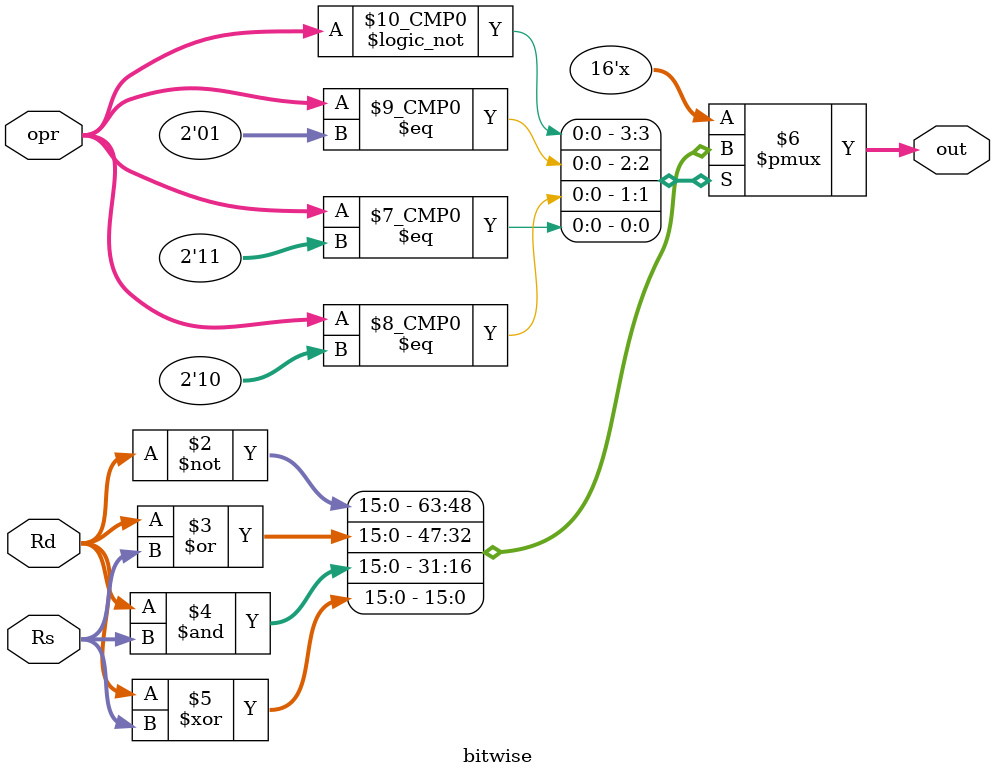
<source format=v>
module bitwise(
	input [15:0] Rd,
	input [15:0] Rs,
	input [1:0] opr,
	output reg [15:0] out
);

always @*
begin
	case (opr)
		2'b00:
		out = ~Rd;
		
		2'b01:
		out = Rd | Rs;
		
		2'b10:
		out = Rd & Rs;
		
		2'b11:
		out = Rd ^ Rs;
	endcase
end
	
endmodule

</source>
